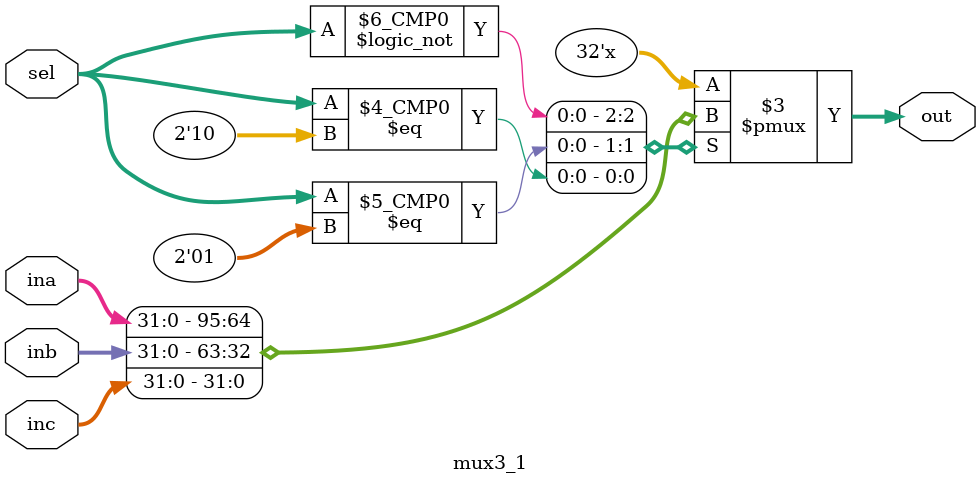
<source format=v>
`timescale 1ns / 1ps


module mux3_1(input [31:0] ina, inb, inc,
              input [1:0] sel,
              output reg [31:0] out);
        
    always@(ina,inb,inc,sel) begin
        case(sel)
            2'b00: out = ina;
            2'b01: out = inb;
            2'b10: out = inc;
        endcase
    end
endmodule

</source>
